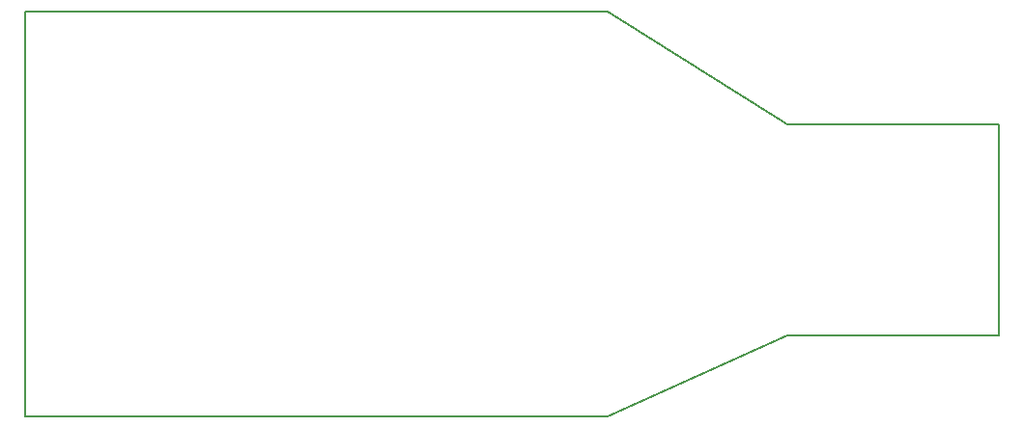
<source format=gbr>
G04 #@! TF.GenerationSoftware,KiCad,Pcbnew,5.1.5+dfsg1-2build2*
G04 #@! TF.CreationDate,2020-08-28T17:04:02+02:00*
G04 #@! TF.ProjectId,System Air,53797374-656d-4204-9169-722e6b696361,rev?*
G04 #@! TF.SameCoordinates,Original*
G04 #@! TF.FileFunction,Profile,NP*
%FSLAX46Y46*%
G04 Gerber Fmt 4.6, Leading zero omitted, Abs format (unit mm)*
G04 Created by KiCad (PCBNEW 5.1.5+dfsg1-2build2) date 2020-08-28 17:04:02*
%MOMM*%
%LPD*%
G04 APERTURE LIST*
%ADD10C,0.150000*%
G04 APERTURE END LIST*
D10*
X147828000Y-77724000D02*
X163576000Y-87630000D01*
X182118000Y-87630000D02*
X163576000Y-87630000D01*
X163576000Y-106172000D02*
X147828000Y-113284000D01*
X182118000Y-106172000D02*
X163576000Y-106172000D01*
X96774000Y-113284000D02*
X96774000Y-77724000D01*
X96774000Y-113284000D02*
X147828000Y-113284000D01*
X182118000Y-87630000D02*
X182118000Y-106172000D01*
X96774000Y-77724000D02*
X147828000Y-77724000D01*
M02*

</source>
